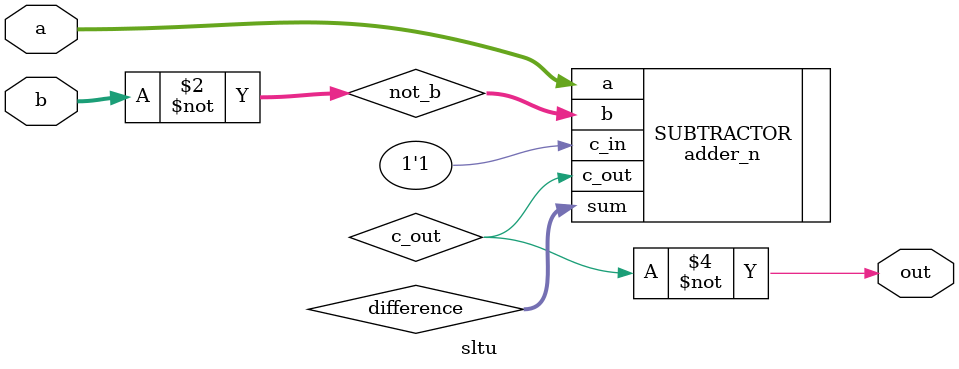
<source format=sv>
module sltu(a, b, out);
parameter N = 32;
input wire signed [N-1:0] a, b;
output logic out;

// Find if a < b for two unsigned bitstrings!

logic [N-1:0] not_b;
always_comb not_b = ~b;
wire c_out;
wire [N-1:0] difference; 
adder_n #(.N(N)) SUBTRACTOR(
  .a(a), .b(not_b), .c_in(1'b1),
  .c_out(c_out), .sum(difference[N-1:0])
);

`ifdef MUX_APPROACH

mux4 #(.N(1)) SLT_MUX(
  .switch({a[31], b[31]}), // switch on the sign bits
  .in0(difference[N-1]), .in1(1'b0), .in2(1'b1), .in3(difference[N-1]),
  .out(out)
);
`endif

`define CLEVER_GATES_APPROACH
`ifdef CLEVER_GATES_APPROACH

always_comb begin : slt_all_cases
  out = ~c_out;
end

`endif

endmodule



</source>
